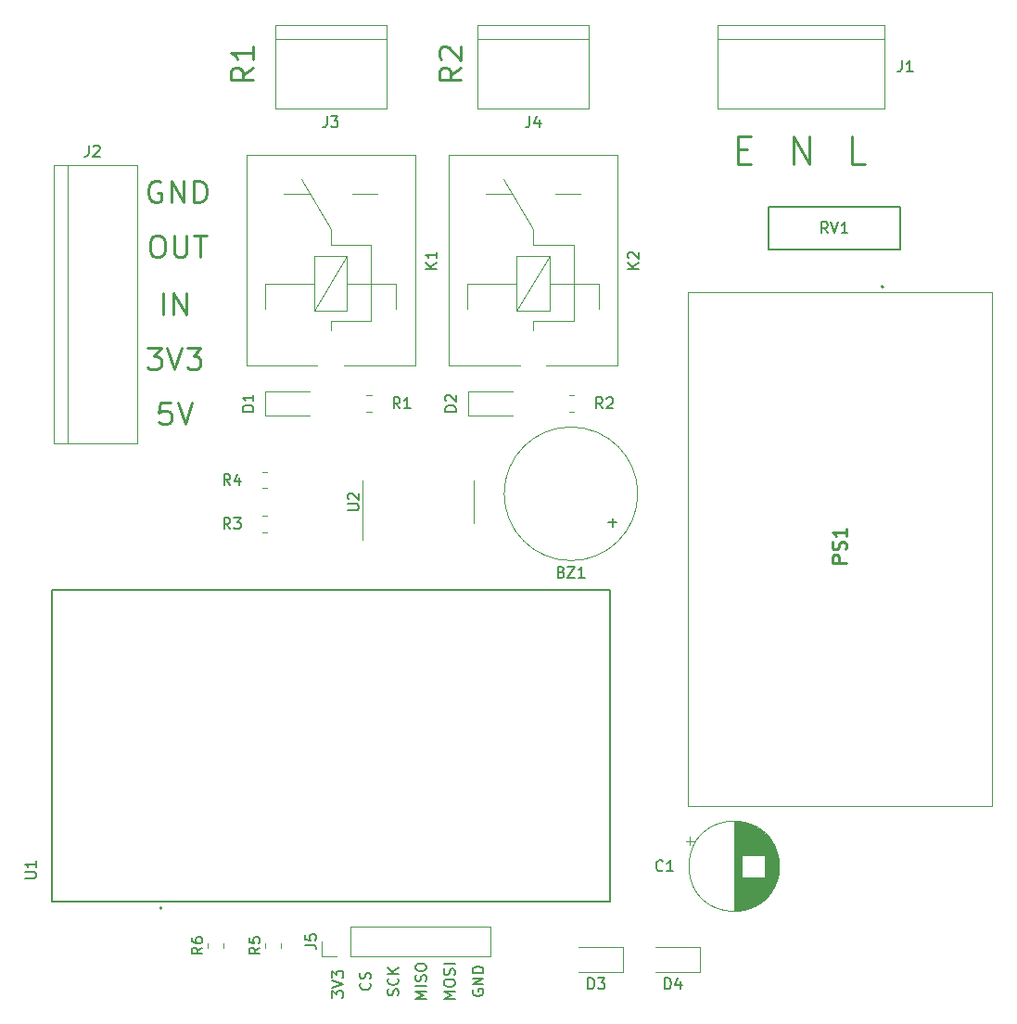
<source format=gbr>
%TF.GenerationSoftware,KiCad,Pcbnew,(6.0.7)*%
%TF.CreationDate,2022-11-19T09:32:58+05:30*%
%TF.ProjectId,ESP32_Drive,45535033-325f-4447-9269-76652e6b6963,rev?*%
%TF.SameCoordinates,Original*%
%TF.FileFunction,Legend,Top*%
%TF.FilePolarity,Positive*%
%FSLAX46Y46*%
G04 Gerber Fmt 4.6, Leading zero omitted, Abs format (unit mm)*
G04 Created by KiCad (PCBNEW (6.0.7)) date 2022-11-19 09:32:58*
%MOMM*%
%LPD*%
G01*
G04 APERTURE LIST*
%ADD10C,0.250000*%
%ADD11C,0.200000*%
%ADD12C,0.150000*%
%ADD13C,0.254000*%
%ADD14C,0.120000*%
%ADD15C,0.127000*%
%ADD16C,0.100000*%
G04 APERTURE END LIST*
D10*
X113214285Y-71821428D02*
X114047619Y-71821428D01*
X114404761Y-73130952D02*
X113214285Y-73130952D01*
X113214285Y-70630952D01*
X114404761Y-70630952D01*
D11*
X87352380Y-149321428D02*
X86352380Y-149321428D01*
X87066666Y-148988095D01*
X86352380Y-148654761D01*
X87352380Y-148654761D01*
X86352380Y-147988095D02*
X86352380Y-147797619D01*
X86400000Y-147702380D01*
X86495238Y-147607142D01*
X86685714Y-147559523D01*
X87019047Y-147559523D01*
X87209523Y-147607142D01*
X87304761Y-147702380D01*
X87352380Y-147797619D01*
X87352380Y-147988095D01*
X87304761Y-148083333D01*
X87209523Y-148178571D01*
X87019047Y-148226190D01*
X86685714Y-148226190D01*
X86495238Y-148178571D01*
X86400000Y-148083333D01*
X86352380Y-147988095D01*
X87304761Y-147178571D02*
X87352380Y-147035714D01*
X87352380Y-146797619D01*
X87304761Y-146702380D01*
X87257142Y-146654761D01*
X87161904Y-146607142D01*
X87066666Y-146607142D01*
X86971428Y-146654761D01*
X86923809Y-146702380D01*
X86876190Y-146797619D01*
X86828571Y-146988095D01*
X86780952Y-147083333D01*
X86733333Y-147130952D01*
X86638095Y-147178571D01*
X86542857Y-147178571D01*
X86447619Y-147130952D01*
X86400000Y-147083333D01*
X86352380Y-146988095D01*
X86352380Y-146750000D01*
X86400000Y-146607142D01*
X87352380Y-146178571D02*
X86352380Y-146178571D01*
D10*
X60000000Y-79654761D02*
X60380952Y-79654761D01*
X60571428Y-79750000D01*
X60761904Y-79940476D01*
X60857142Y-80321428D01*
X60857142Y-80988095D01*
X60761904Y-81369047D01*
X60571428Y-81559523D01*
X60380952Y-81654761D01*
X60000000Y-81654761D01*
X59809523Y-81559523D01*
X59619047Y-81369047D01*
X59523809Y-80988095D01*
X59523809Y-80321428D01*
X59619047Y-79940476D01*
X59809523Y-79750000D01*
X60000000Y-79654761D01*
X61714285Y-79654761D02*
X61714285Y-81273809D01*
X61809523Y-81464285D01*
X61904761Y-81559523D01*
X62095238Y-81654761D01*
X62476190Y-81654761D01*
X62666666Y-81559523D01*
X62761904Y-81464285D01*
X62857142Y-81273809D01*
X62857142Y-79654761D01*
X63523809Y-79654761D02*
X64666666Y-79654761D01*
X64095238Y-81654761D02*
X64095238Y-79654761D01*
X60702380Y-86904761D02*
X60702380Y-84904761D01*
X61654761Y-86904761D02*
X61654761Y-84904761D01*
X62797619Y-86904761D01*
X62797619Y-84904761D01*
D11*
X89000000Y-148511904D02*
X88952380Y-148607142D01*
X88952380Y-148750000D01*
X89000000Y-148892857D01*
X89095238Y-148988095D01*
X89190476Y-149035714D01*
X89380952Y-149083333D01*
X89523809Y-149083333D01*
X89714285Y-149035714D01*
X89809523Y-148988095D01*
X89904761Y-148892857D01*
X89952380Y-148750000D01*
X89952380Y-148654761D01*
X89904761Y-148511904D01*
X89857142Y-148464285D01*
X89523809Y-148464285D01*
X89523809Y-148654761D01*
X89952380Y-148035714D02*
X88952380Y-148035714D01*
X89952380Y-147464285D01*
X88952380Y-147464285D01*
X89952380Y-146988095D02*
X88952380Y-146988095D01*
X88952380Y-146750000D01*
X89000000Y-146607142D01*
X89095238Y-146511904D01*
X89190476Y-146464285D01*
X89380952Y-146416666D01*
X89523809Y-146416666D01*
X89714285Y-146464285D01*
X89809523Y-146511904D01*
X89904761Y-146607142D01*
X89952380Y-146750000D01*
X89952380Y-146988095D01*
D10*
X118285714Y-73130952D02*
X118285714Y-70630952D01*
X119714285Y-73130952D01*
X119714285Y-70630952D01*
D11*
X76152380Y-149238095D02*
X76152380Y-148619047D01*
X76533333Y-148952380D01*
X76533333Y-148809523D01*
X76580952Y-148714285D01*
X76628571Y-148666666D01*
X76723809Y-148619047D01*
X76961904Y-148619047D01*
X77057142Y-148666666D01*
X77104761Y-148714285D01*
X77152380Y-148809523D01*
X77152380Y-149095238D01*
X77104761Y-149190476D01*
X77057142Y-149238095D01*
X76152380Y-148333333D02*
X77152380Y-148000000D01*
X76152380Y-147666666D01*
X76152380Y-147428571D02*
X76152380Y-146809523D01*
X76533333Y-147142857D01*
X76533333Y-147000000D01*
X76580952Y-146904761D01*
X76628571Y-146857142D01*
X76723809Y-146809523D01*
X76961904Y-146809523D01*
X77057142Y-146857142D01*
X77104761Y-146904761D01*
X77152380Y-147000000D01*
X77152380Y-147285714D01*
X77104761Y-147380952D01*
X77057142Y-147428571D01*
X84752380Y-149321428D02*
X83752380Y-149321428D01*
X84466666Y-148988095D01*
X83752380Y-148654761D01*
X84752380Y-148654761D01*
X84752380Y-148178571D02*
X83752380Y-148178571D01*
X84704761Y-147750000D02*
X84752380Y-147607142D01*
X84752380Y-147369047D01*
X84704761Y-147273809D01*
X84657142Y-147226190D01*
X84561904Y-147178571D01*
X84466666Y-147178571D01*
X84371428Y-147226190D01*
X84323809Y-147273809D01*
X84276190Y-147369047D01*
X84228571Y-147559523D01*
X84180952Y-147654761D01*
X84133333Y-147702380D01*
X84038095Y-147750000D01*
X83942857Y-147750000D01*
X83847619Y-147702380D01*
X83800000Y-147654761D01*
X83752380Y-147559523D01*
X83752380Y-147321428D01*
X83800000Y-147178571D01*
X83752380Y-146559523D02*
X83752380Y-146369047D01*
X83800000Y-146273809D01*
X83895238Y-146178571D01*
X84085714Y-146130952D01*
X84419047Y-146130952D01*
X84609523Y-146178571D01*
X84704761Y-146273809D01*
X84752380Y-146369047D01*
X84752380Y-146559523D01*
X84704761Y-146654761D01*
X84609523Y-146750000D01*
X84419047Y-146797619D01*
X84085714Y-146797619D01*
X83895238Y-146750000D01*
X83800000Y-146654761D01*
X83752380Y-146559523D01*
D10*
X124773809Y-73130952D02*
X123583333Y-73130952D01*
X123583333Y-70630952D01*
X59273809Y-89904761D02*
X60511904Y-89904761D01*
X59845238Y-90666666D01*
X60130952Y-90666666D01*
X60321428Y-90761904D01*
X60416666Y-90857142D01*
X60511904Y-91047619D01*
X60511904Y-91523809D01*
X60416666Y-91714285D01*
X60321428Y-91809523D01*
X60130952Y-91904761D01*
X59559523Y-91904761D01*
X59369047Y-91809523D01*
X59273809Y-91714285D01*
X61083333Y-89904761D02*
X61750000Y-91904761D01*
X62416666Y-89904761D01*
X62892857Y-89904761D02*
X64130952Y-89904761D01*
X63464285Y-90666666D01*
X63750000Y-90666666D01*
X63940476Y-90761904D01*
X64035714Y-90857142D01*
X64130952Y-91047619D01*
X64130952Y-91523809D01*
X64035714Y-91714285D01*
X63940476Y-91809523D01*
X63750000Y-91904761D01*
X63178571Y-91904761D01*
X62988095Y-91809523D01*
X62892857Y-91714285D01*
D11*
X82154761Y-149035714D02*
X82202380Y-148892857D01*
X82202380Y-148654761D01*
X82154761Y-148559523D01*
X82107142Y-148511904D01*
X82011904Y-148464285D01*
X81916666Y-148464285D01*
X81821428Y-148511904D01*
X81773809Y-148559523D01*
X81726190Y-148654761D01*
X81678571Y-148845238D01*
X81630952Y-148940476D01*
X81583333Y-148988095D01*
X81488095Y-149035714D01*
X81392857Y-149035714D01*
X81297619Y-148988095D01*
X81250000Y-148940476D01*
X81202380Y-148845238D01*
X81202380Y-148607142D01*
X81250000Y-148464285D01*
X82107142Y-147464285D02*
X82154761Y-147511904D01*
X82202380Y-147654761D01*
X82202380Y-147750000D01*
X82154761Y-147892857D01*
X82059523Y-147988095D01*
X81964285Y-148035714D01*
X81773809Y-148083333D01*
X81630952Y-148083333D01*
X81440476Y-148035714D01*
X81345238Y-147988095D01*
X81250000Y-147892857D01*
X81202380Y-147750000D01*
X81202380Y-147654761D01*
X81250000Y-147511904D01*
X81297619Y-147464285D01*
X82202380Y-147035714D02*
X81202380Y-147035714D01*
X82202380Y-146464285D02*
X81630952Y-146892857D01*
X81202380Y-146464285D02*
X81773809Y-147035714D01*
D10*
X87904761Y-64333333D02*
X86952380Y-65000000D01*
X87904761Y-65476190D02*
X85904761Y-65476190D01*
X85904761Y-64714285D01*
X86000000Y-64523809D01*
X86095238Y-64428571D01*
X86285714Y-64333333D01*
X86571428Y-64333333D01*
X86761904Y-64428571D01*
X86857142Y-64523809D01*
X86952380Y-64714285D01*
X86952380Y-65476190D01*
X86095238Y-63571428D02*
X86000000Y-63476190D01*
X85904761Y-63285714D01*
X85904761Y-62809523D01*
X86000000Y-62619047D01*
X86095238Y-62523809D01*
X86285714Y-62428571D01*
X86476190Y-62428571D01*
X86761904Y-62523809D01*
X87904761Y-63666666D01*
X87904761Y-62428571D01*
X60476190Y-74750000D02*
X60285714Y-74654761D01*
X60000000Y-74654761D01*
X59714285Y-74750000D01*
X59523809Y-74940476D01*
X59428571Y-75130952D01*
X59333333Y-75511904D01*
X59333333Y-75797619D01*
X59428571Y-76178571D01*
X59523809Y-76369047D01*
X59714285Y-76559523D01*
X60000000Y-76654761D01*
X60190476Y-76654761D01*
X60476190Y-76559523D01*
X60571428Y-76464285D01*
X60571428Y-75797619D01*
X60190476Y-75797619D01*
X61428571Y-76654761D02*
X61428571Y-74654761D01*
X62571428Y-76654761D01*
X62571428Y-74654761D01*
X63523809Y-76654761D02*
X63523809Y-74654761D01*
X64000000Y-74654761D01*
X64285714Y-74750000D01*
X64476190Y-74940476D01*
X64571428Y-75130952D01*
X64666666Y-75511904D01*
X64666666Y-75797619D01*
X64571428Y-76178571D01*
X64476190Y-76369047D01*
X64285714Y-76559523D01*
X64000000Y-76654761D01*
X63523809Y-76654761D01*
X61369047Y-94904761D02*
X60416666Y-94904761D01*
X60321428Y-95857142D01*
X60416666Y-95761904D01*
X60607142Y-95666666D01*
X61083333Y-95666666D01*
X61273809Y-95761904D01*
X61369047Y-95857142D01*
X61464285Y-96047619D01*
X61464285Y-96523809D01*
X61369047Y-96714285D01*
X61273809Y-96809523D01*
X61083333Y-96904761D01*
X60607142Y-96904761D01*
X60416666Y-96809523D01*
X60321428Y-96714285D01*
X62035714Y-94904761D02*
X62702380Y-96904761D01*
X63369047Y-94904761D01*
X68904761Y-64333333D02*
X67952380Y-65000000D01*
X68904761Y-65476190D02*
X66904761Y-65476190D01*
X66904761Y-64714285D01*
X67000000Y-64523809D01*
X67095238Y-64428571D01*
X67285714Y-64333333D01*
X67571428Y-64333333D01*
X67761904Y-64428571D01*
X67857142Y-64523809D01*
X67952380Y-64714285D01*
X67952380Y-65476190D01*
X68904761Y-62428571D02*
X68904761Y-63571428D01*
X68904761Y-63000000D02*
X66904761Y-63000000D01*
X67190476Y-63190476D01*
X67380952Y-63380952D01*
X67476190Y-63571428D01*
D11*
X79557142Y-147916666D02*
X79604761Y-147964285D01*
X79652380Y-148107142D01*
X79652380Y-148202380D01*
X79604761Y-148345238D01*
X79509523Y-148440476D01*
X79414285Y-148488095D01*
X79223809Y-148535714D01*
X79080952Y-148535714D01*
X78890476Y-148488095D01*
X78795238Y-148440476D01*
X78700000Y-148345238D01*
X78652380Y-148202380D01*
X78652380Y-148107142D01*
X78700000Y-147964285D01*
X78747619Y-147916666D01*
X79604761Y-147535714D02*
X79652380Y-147392857D01*
X79652380Y-147154761D01*
X79604761Y-147059523D01*
X79557142Y-147011904D01*
X79461904Y-146964285D01*
X79366666Y-146964285D01*
X79271428Y-147011904D01*
X79223809Y-147059523D01*
X79176190Y-147154761D01*
X79128571Y-147345238D01*
X79080952Y-147440476D01*
X79033333Y-147488095D01*
X78938095Y-147535714D01*
X78842857Y-147535714D01*
X78747619Y-147488095D01*
X78700000Y-147440476D01*
X78652380Y-147345238D01*
X78652380Y-147107142D01*
X78700000Y-146964285D01*
D12*
%TO.C,J2*%
X53916666Y-71452380D02*
X53916666Y-72166666D01*
X53869047Y-72309523D01*
X53773809Y-72404761D01*
X53630952Y-72452380D01*
X53535714Y-72452380D01*
X54345238Y-71547619D02*
X54392857Y-71500000D01*
X54488095Y-71452380D01*
X54726190Y-71452380D01*
X54821428Y-71500000D01*
X54869047Y-71547619D01*
X54916666Y-71642857D01*
X54916666Y-71738095D01*
X54869047Y-71880952D01*
X54297619Y-72452380D01*
X54916666Y-72452380D01*
%TO.C,U1*%
X48092380Y-138344404D02*
X48901904Y-138344404D01*
X48997142Y-138296785D01*
X49044761Y-138249166D01*
X49092380Y-138153928D01*
X49092380Y-137963452D01*
X49044761Y-137868214D01*
X48997142Y-137820595D01*
X48901904Y-137772976D01*
X48092380Y-137772976D01*
X49092380Y-136772976D02*
X49092380Y-137344404D01*
X49092380Y-137058690D02*
X48092380Y-137058690D01*
X48235238Y-137153928D01*
X48330476Y-137249166D01*
X48378095Y-137344404D01*
%TO.C,D4*%
X106524404Y-148452380D02*
X106524404Y-147452380D01*
X106762500Y-147452380D01*
X106905357Y-147500000D01*
X107000595Y-147595238D01*
X107048214Y-147690476D01*
X107095833Y-147880952D01*
X107095833Y-148023809D01*
X107048214Y-148214285D01*
X107000595Y-148309523D01*
X106905357Y-148404761D01*
X106762500Y-148452380D01*
X106524404Y-148452380D01*
X107952976Y-147785714D02*
X107952976Y-148452380D01*
X107714880Y-147404761D02*
X107476785Y-148119047D01*
X108095833Y-148119047D01*
%TO.C,D3*%
X99524404Y-148452380D02*
X99524404Y-147452380D01*
X99762500Y-147452380D01*
X99905357Y-147500000D01*
X100000595Y-147595238D01*
X100048214Y-147690476D01*
X100095833Y-147880952D01*
X100095833Y-148023809D01*
X100048214Y-148214285D01*
X100000595Y-148309523D01*
X99905357Y-148404761D01*
X99762500Y-148452380D01*
X99524404Y-148452380D01*
X100429166Y-147452380D02*
X101048214Y-147452380D01*
X100714880Y-147833333D01*
X100857738Y-147833333D01*
X100952976Y-147880952D01*
X101000595Y-147928571D01*
X101048214Y-148023809D01*
X101048214Y-148261904D01*
X101000595Y-148357142D01*
X100952976Y-148404761D01*
X100857738Y-148452380D01*
X100572023Y-148452380D01*
X100476785Y-148404761D01*
X100429166Y-148357142D01*
%TO.C,R6*%
X64302380Y-144666666D02*
X63826190Y-145000000D01*
X64302380Y-145238095D02*
X63302380Y-145238095D01*
X63302380Y-144857142D01*
X63350000Y-144761904D01*
X63397619Y-144714285D01*
X63492857Y-144666666D01*
X63635714Y-144666666D01*
X63730952Y-144714285D01*
X63778571Y-144761904D01*
X63826190Y-144857142D01*
X63826190Y-145238095D01*
X63302380Y-143809523D02*
X63302380Y-144000000D01*
X63350000Y-144095238D01*
X63397619Y-144142857D01*
X63540476Y-144238095D01*
X63730952Y-144285714D01*
X64111904Y-144285714D01*
X64207142Y-144238095D01*
X64254761Y-144190476D01*
X64302380Y-144095238D01*
X64302380Y-143904761D01*
X64254761Y-143809523D01*
X64207142Y-143761904D01*
X64111904Y-143714285D01*
X63873809Y-143714285D01*
X63778571Y-143761904D01*
X63730952Y-143809523D01*
X63683333Y-143904761D01*
X63683333Y-144095238D01*
X63730952Y-144190476D01*
X63778571Y-144238095D01*
X63873809Y-144285714D01*
%TO.C,R5*%
X69552380Y-144666666D02*
X69076190Y-145000000D01*
X69552380Y-145238095D02*
X68552380Y-145238095D01*
X68552380Y-144857142D01*
X68600000Y-144761904D01*
X68647619Y-144714285D01*
X68742857Y-144666666D01*
X68885714Y-144666666D01*
X68980952Y-144714285D01*
X69028571Y-144761904D01*
X69076190Y-144857142D01*
X69076190Y-145238095D01*
X68552380Y-143761904D02*
X68552380Y-144238095D01*
X69028571Y-144285714D01*
X68980952Y-144238095D01*
X68933333Y-144142857D01*
X68933333Y-143904761D01*
X68980952Y-143809523D01*
X69028571Y-143761904D01*
X69123809Y-143714285D01*
X69361904Y-143714285D01*
X69457142Y-143761904D01*
X69504761Y-143809523D01*
X69552380Y-143904761D01*
X69552380Y-144142857D01*
X69504761Y-144238095D01*
X69457142Y-144285714D01*
%TO.C,BZ1*%
X97069047Y-110378571D02*
X97211904Y-110426190D01*
X97259523Y-110473809D01*
X97307142Y-110569047D01*
X97307142Y-110711904D01*
X97259523Y-110807142D01*
X97211904Y-110854761D01*
X97116666Y-110902380D01*
X96735714Y-110902380D01*
X96735714Y-109902380D01*
X97069047Y-109902380D01*
X97164285Y-109950000D01*
X97211904Y-109997619D01*
X97259523Y-110092857D01*
X97259523Y-110188095D01*
X97211904Y-110283333D01*
X97164285Y-110330952D01*
X97069047Y-110378571D01*
X96735714Y-110378571D01*
X97640476Y-109902380D02*
X98307142Y-109902380D01*
X97640476Y-110902380D01*
X98307142Y-110902380D01*
X99211904Y-110902380D02*
X98640476Y-110902380D01*
X98926190Y-110902380D02*
X98926190Y-109902380D01*
X98830952Y-110045238D01*
X98735714Y-110140476D01*
X98640476Y-110188095D01*
X101379047Y-105861428D02*
X102140952Y-105861428D01*
X101760000Y-106242380D02*
X101760000Y-105480476D01*
%TO.C,R4*%
X66833333Y-102452380D02*
X66500000Y-101976190D01*
X66261904Y-102452380D02*
X66261904Y-101452380D01*
X66642857Y-101452380D01*
X66738095Y-101500000D01*
X66785714Y-101547619D01*
X66833333Y-101642857D01*
X66833333Y-101785714D01*
X66785714Y-101880952D01*
X66738095Y-101928571D01*
X66642857Y-101976190D01*
X66261904Y-101976190D01*
X67690476Y-101785714D02*
X67690476Y-102452380D01*
X67452380Y-101404761D02*
X67214285Y-102119047D01*
X67833333Y-102119047D01*
%TO.C,J1*%
X128166666Y-63702380D02*
X128166666Y-64416666D01*
X128119047Y-64559523D01*
X128023809Y-64654761D01*
X127880952Y-64702380D01*
X127785714Y-64702380D01*
X129166666Y-64702380D02*
X128595238Y-64702380D01*
X128880952Y-64702380D02*
X128880952Y-63702380D01*
X128785714Y-63845238D01*
X128690476Y-63940476D01*
X128595238Y-63988095D01*
%TO.C,D1*%
X68952380Y-95738095D02*
X67952380Y-95738095D01*
X67952380Y-95500000D01*
X68000000Y-95357142D01*
X68095238Y-95261904D01*
X68190476Y-95214285D01*
X68380952Y-95166666D01*
X68523809Y-95166666D01*
X68714285Y-95214285D01*
X68809523Y-95261904D01*
X68904761Y-95357142D01*
X68952380Y-95500000D01*
X68952380Y-95738095D01*
X68952380Y-94214285D02*
X68952380Y-94785714D01*
X68952380Y-94500000D02*
X67952380Y-94500000D01*
X68095238Y-94595238D01*
X68190476Y-94690476D01*
X68238095Y-94785714D01*
%TO.C,J5*%
X73672380Y-144433333D02*
X74386666Y-144433333D01*
X74529523Y-144480952D01*
X74624761Y-144576190D01*
X74672380Y-144719047D01*
X74672380Y-144814285D01*
X73672380Y-143480952D02*
X73672380Y-143957142D01*
X74148571Y-144004761D01*
X74100952Y-143957142D01*
X74053333Y-143861904D01*
X74053333Y-143623809D01*
X74100952Y-143528571D01*
X74148571Y-143480952D01*
X74243809Y-143433333D01*
X74481904Y-143433333D01*
X74577142Y-143480952D01*
X74624761Y-143528571D01*
X74672380Y-143623809D01*
X74672380Y-143861904D01*
X74624761Y-143957142D01*
X74577142Y-144004761D01*
%TO.C,R2*%
X100833333Y-95452380D02*
X100500000Y-94976190D01*
X100261904Y-95452380D02*
X100261904Y-94452380D01*
X100642857Y-94452380D01*
X100738095Y-94500000D01*
X100785714Y-94547619D01*
X100833333Y-94642857D01*
X100833333Y-94785714D01*
X100785714Y-94880952D01*
X100738095Y-94928571D01*
X100642857Y-94976190D01*
X100261904Y-94976190D01*
X101214285Y-94547619D02*
X101261904Y-94500000D01*
X101357142Y-94452380D01*
X101595238Y-94452380D01*
X101690476Y-94500000D01*
X101738095Y-94547619D01*
X101785714Y-94642857D01*
X101785714Y-94738095D01*
X101738095Y-94880952D01*
X101166666Y-95452380D01*
X101785714Y-95452380D01*
%TO.C,C1*%
X106333333Y-137607142D02*
X106285714Y-137654761D01*
X106142857Y-137702380D01*
X106047619Y-137702380D01*
X105904761Y-137654761D01*
X105809523Y-137559523D01*
X105761904Y-137464285D01*
X105714285Y-137273809D01*
X105714285Y-137130952D01*
X105761904Y-136940476D01*
X105809523Y-136845238D01*
X105904761Y-136750000D01*
X106047619Y-136702380D01*
X106142857Y-136702380D01*
X106285714Y-136750000D01*
X106333333Y-136797619D01*
X107285714Y-137702380D02*
X106714285Y-137702380D01*
X107000000Y-137702380D02*
X107000000Y-136702380D01*
X106904761Y-136845238D01*
X106809523Y-136940476D01*
X106714285Y-136988095D01*
%TO.C,RV1*%
X121404761Y-79452380D02*
X121071428Y-78976190D01*
X120833333Y-79452380D02*
X120833333Y-78452380D01*
X121214285Y-78452380D01*
X121309523Y-78500000D01*
X121357142Y-78547619D01*
X121404761Y-78642857D01*
X121404761Y-78785714D01*
X121357142Y-78880952D01*
X121309523Y-78928571D01*
X121214285Y-78976190D01*
X120833333Y-78976190D01*
X121690476Y-78452380D02*
X122023809Y-79452380D01*
X122357142Y-78452380D01*
X123214285Y-79452380D02*
X122642857Y-79452380D01*
X122928571Y-79452380D02*
X122928571Y-78452380D01*
X122833333Y-78595238D01*
X122738095Y-78690476D01*
X122642857Y-78738095D01*
%TO.C,K2*%
X104152380Y-82688095D02*
X103152380Y-82688095D01*
X104152380Y-82116666D02*
X103580952Y-82545238D01*
X103152380Y-82116666D02*
X103723809Y-82688095D01*
X103247619Y-81735714D02*
X103200000Y-81688095D01*
X103152380Y-81592857D01*
X103152380Y-81354761D01*
X103200000Y-81259523D01*
X103247619Y-81211904D01*
X103342857Y-81164285D01*
X103438095Y-81164285D01*
X103580952Y-81211904D01*
X104152380Y-81783333D01*
X104152380Y-81164285D01*
%TO.C,D2*%
X87452380Y-95738095D02*
X86452380Y-95738095D01*
X86452380Y-95500000D01*
X86500000Y-95357142D01*
X86595238Y-95261904D01*
X86690476Y-95214285D01*
X86880952Y-95166666D01*
X87023809Y-95166666D01*
X87214285Y-95214285D01*
X87309523Y-95261904D01*
X87404761Y-95357142D01*
X87452380Y-95500000D01*
X87452380Y-95738095D01*
X86547619Y-94785714D02*
X86500000Y-94738095D01*
X86452380Y-94642857D01*
X86452380Y-94404761D01*
X86500000Y-94309523D01*
X86547619Y-94261904D01*
X86642857Y-94214285D01*
X86738095Y-94214285D01*
X86880952Y-94261904D01*
X87452380Y-94833333D01*
X87452380Y-94214285D01*
%TO.C,R3*%
X66833333Y-106452380D02*
X66500000Y-105976190D01*
X66261904Y-106452380D02*
X66261904Y-105452380D01*
X66642857Y-105452380D01*
X66738095Y-105500000D01*
X66785714Y-105547619D01*
X66833333Y-105642857D01*
X66833333Y-105785714D01*
X66785714Y-105880952D01*
X66738095Y-105928571D01*
X66642857Y-105976190D01*
X66261904Y-105976190D01*
X67166666Y-105452380D02*
X67785714Y-105452380D01*
X67452380Y-105833333D01*
X67595238Y-105833333D01*
X67690476Y-105880952D01*
X67738095Y-105928571D01*
X67785714Y-106023809D01*
X67785714Y-106261904D01*
X67738095Y-106357142D01*
X67690476Y-106404761D01*
X67595238Y-106452380D01*
X67309523Y-106452380D01*
X67214285Y-106404761D01*
X67166666Y-106357142D01*
%TO.C,U2*%
X77552380Y-104761904D02*
X78361904Y-104761904D01*
X78457142Y-104714285D01*
X78504761Y-104666666D01*
X78552380Y-104571428D01*
X78552380Y-104380952D01*
X78504761Y-104285714D01*
X78457142Y-104238095D01*
X78361904Y-104190476D01*
X77552380Y-104190476D01*
X77647619Y-103761904D02*
X77600000Y-103714285D01*
X77552380Y-103619047D01*
X77552380Y-103380952D01*
X77600000Y-103285714D01*
X77647619Y-103238095D01*
X77742857Y-103190476D01*
X77838095Y-103190476D01*
X77980952Y-103238095D01*
X78552380Y-103809523D01*
X78552380Y-103190476D01*
%TO.C,R1*%
X82333333Y-95452380D02*
X82000000Y-94976190D01*
X81761904Y-95452380D02*
X81761904Y-94452380D01*
X82142857Y-94452380D01*
X82238095Y-94500000D01*
X82285714Y-94547619D01*
X82333333Y-94642857D01*
X82333333Y-94785714D01*
X82285714Y-94880952D01*
X82238095Y-94928571D01*
X82142857Y-94976190D01*
X81761904Y-94976190D01*
X83285714Y-95452380D02*
X82714285Y-95452380D01*
X83000000Y-95452380D02*
X83000000Y-94452380D01*
X82904761Y-94595238D01*
X82809523Y-94690476D01*
X82714285Y-94738095D01*
%TO.C,K1*%
X85652380Y-82688095D02*
X84652380Y-82688095D01*
X85652380Y-82116666D02*
X85080952Y-82545238D01*
X84652380Y-82116666D02*
X85223809Y-82688095D01*
X85652380Y-81164285D02*
X85652380Y-81735714D01*
X85652380Y-81450000D02*
X84652380Y-81450000D01*
X84795238Y-81545238D01*
X84890476Y-81640476D01*
X84938095Y-81735714D01*
%TO.C,J4*%
X94166666Y-68782380D02*
X94166666Y-69496666D01*
X94119047Y-69639523D01*
X94023809Y-69734761D01*
X93880952Y-69782380D01*
X93785714Y-69782380D01*
X95071428Y-69115714D02*
X95071428Y-69782380D01*
X94833333Y-68734761D02*
X94595238Y-69449047D01*
X95214285Y-69449047D01*
D13*
%TO.C,PS1*%
X123074523Y-109542142D02*
X121804523Y-109542142D01*
X121804523Y-109058333D01*
X121865000Y-108937380D01*
X121925476Y-108876904D01*
X122046428Y-108816428D01*
X122227857Y-108816428D01*
X122348809Y-108876904D01*
X122409285Y-108937380D01*
X122469761Y-109058333D01*
X122469761Y-109542142D01*
X123014047Y-108332619D02*
X123074523Y-108151190D01*
X123074523Y-107848809D01*
X123014047Y-107727857D01*
X122953571Y-107667380D01*
X122832619Y-107606904D01*
X122711666Y-107606904D01*
X122590714Y-107667380D01*
X122530238Y-107727857D01*
X122469761Y-107848809D01*
X122409285Y-108090714D01*
X122348809Y-108211666D01*
X122288333Y-108272142D01*
X122167380Y-108332619D01*
X122046428Y-108332619D01*
X121925476Y-108272142D01*
X121865000Y-108211666D01*
X121804523Y-108090714D01*
X121804523Y-107788333D01*
X121865000Y-107606904D01*
X123074523Y-106397380D02*
X123074523Y-107123095D01*
X123074523Y-106760238D02*
X121804523Y-106760238D01*
X121985952Y-106881190D01*
X122106904Y-107002142D01*
X122167380Y-107123095D01*
D12*
%TO.C,J3*%
X75666666Y-68782380D02*
X75666666Y-69496666D01*
X75619047Y-69639523D01*
X75523809Y-69734761D01*
X75380952Y-69782380D01*
X75285714Y-69782380D01*
X76047619Y-68782380D02*
X76666666Y-68782380D01*
X76333333Y-69163333D01*
X76476190Y-69163333D01*
X76571428Y-69210952D01*
X76619047Y-69258571D01*
X76666666Y-69353809D01*
X76666666Y-69591904D01*
X76619047Y-69687142D01*
X76571428Y-69734761D01*
X76476190Y-69782380D01*
X76190476Y-69782380D01*
X76095238Y-69734761D01*
X76047619Y-69687142D01*
D14*
%TO.C,J2*%
X51960000Y-73210000D02*
X51960000Y-98610000D01*
X58310000Y-73210000D02*
X58310000Y-98610000D01*
X58310000Y-98610000D02*
X50690000Y-98610000D01*
X58310000Y-73210000D02*
X50690000Y-73210000D01*
X50690000Y-73210000D02*
X50690000Y-98610000D01*
D15*
%TO.C,U1*%
X50525000Y-129438500D02*
X50525000Y-122727500D01*
X101475000Y-140507500D02*
X101475000Y-135137500D01*
X101475000Y-140507500D02*
X50525000Y-140507500D01*
X50525000Y-111997500D02*
X101475000Y-111997500D01*
X101475000Y-140507500D02*
X50525000Y-140507500D01*
X50525000Y-111997500D02*
X101475000Y-111997500D01*
X101475000Y-117447500D02*
X101475000Y-111997500D01*
X50525000Y-122727500D02*
X50525000Y-111997500D01*
X101475000Y-111997500D02*
X101475000Y-140507500D01*
X101475000Y-135137500D02*
X101475000Y-117447500D01*
X50525000Y-140507500D02*
X50525000Y-129438500D01*
X50525000Y-140507500D02*
X50525000Y-111997500D01*
D11*
X60585000Y-141077500D02*
G75*
G03*
X60585000Y-141077500I-100000J0D01*
G01*
D14*
%TO.C,D4*%
X109722500Y-144615000D02*
X105662500Y-144615000D01*
X109722500Y-146885000D02*
X109722500Y-144615000D01*
X105662500Y-146885000D02*
X109722500Y-146885000D01*
%TO.C,D3*%
X102722500Y-144615000D02*
X98662500Y-144615000D01*
X102722500Y-146885000D02*
X102722500Y-144615000D01*
X98662500Y-146885000D02*
X102722500Y-146885000D01*
%TO.C,R6*%
X64765000Y-144727064D02*
X64765000Y-144272936D01*
X66235000Y-144727064D02*
X66235000Y-144272936D01*
%TO.C,R5*%
X70015000Y-144727064D02*
X70015000Y-144272936D01*
X71485000Y-144727064D02*
X71485000Y-144272936D01*
%TO.C,BZ1*%
X104050000Y-103250000D02*
G75*
G03*
X104050000Y-103250000I-6100000J0D01*
G01*
%TO.C,R4*%
X70227064Y-101265000D02*
X69772936Y-101265000D01*
X70227064Y-102735000D02*
X69772936Y-102735000D01*
%TO.C,J1*%
X126620000Y-61710000D02*
X111380000Y-61710000D01*
X126620000Y-60440000D02*
X126620000Y-68060000D01*
X126620000Y-60440000D02*
X111380000Y-60440000D01*
X111380000Y-60440000D02*
X111380000Y-68060000D01*
X126620000Y-68060000D02*
X111380000Y-68060000D01*
%TO.C,D1*%
X70040000Y-96135000D02*
X74100000Y-96135000D01*
X74100000Y-93865000D02*
X70040000Y-93865000D01*
X70040000Y-93865000D02*
X70040000Y-96135000D01*
%TO.C,J5*%
X76550000Y-145430000D02*
X75220000Y-145430000D01*
X90580000Y-145430000D02*
X90580000Y-142770000D01*
X77820000Y-142770000D02*
X90580000Y-142770000D01*
X77820000Y-145430000D02*
X77820000Y-142770000D01*
X77820000Y-145430000D02*
X90580000Y-145430000D01*
X75220000Y-145430000D02*
X75220000Y-144100000D01*
%TO.C,R2*%
X97772936Y-94265000D02*
X98227064Y-94265000D01*
X97772936Y-95735000D02*
X98227064Y-95735000D01*
%TO.C,C1*%
X115328349Y-134000000D02*
X115328349Y-136210000D01*
X113688349Y-138290000D02*
X113688349Y-141244000D01*
X114768349Y-133644000D02*
X114768349Y-136210000D01*
X114888349Y-138290000D02*
X114888349Y-140790000D01*
X115648349Y-134267000D02*
X115648349Y-140233000D01*
X115568349Y-134195000D02*
X115568349Y-136210000D01*
X113007349Y-133173000D02*
X113007349Y-141327000D01*
X113367349Y-133202000D02*
X113367349Y-141298000D01*
X113808349Y-133283000D02*
X113808349Y-136210000D01*
X114168349Y-138290000D02*
X114168349Y-141113000D01*
X113608349Y-133240000D02*
X113608349Y-136210000D01*
X115808349Y-134424000D02*
X115808349Y-140076000D01*
X113127349Y-133179000D02*
X113127349Y-141321000D01*
X113447349Y-133213000D02*
X113447349Y-141287000D01*
X114448349Y-133493000D02*
X114448349Y-136210000D01*
X115128349Y-138290000D02*
X115128349Y-140642000D01*
X115528349Y-134160000D02*
X115528349Y-136210000D01*
X112887349Y-133170000D02*
X112887349Y-141330000D01*
X113768349Y-138290000D02*
X113768349Y-141226000D01*
X112847349Y-133170000D02*
X112847349Y-141330000D01*
X114648349Y-138290000D02*
X114648349Y-140916000D01*
X114848349Y-133688000D02*
X114848349Y-136210000D01*
X115248349Y-133941000D02*
X115248349Y-136210000D01*
X113407349Y-133208000D02*
X113407349Y-141292000D01*
X114648349Y-133584000D02*
X114648349Y-136210000D01*
X115288349Y-133970000D02*
X115288349Y-136210000D01*
X113848349Y-138290000D02*
X113848349Y-141207000D01*
X114488349Y-133510000D02*
X114488349Y-136210000D01*
X113688349Y-133256000D02*
X113688349Y-136210000D01*
X114728349Y-138290000D02*
X114728349Y-140877000D01*
X113808349Y-138290000D02*
X113808349Y-141217000D01*
X114368349Y-138290000D02*
X114368349Y-141040000D01*
X114208349Y-133400000D02*
X114208349Y-136210000D01*
X115008349Y-138290000D02*
X115008349Y-140719000D01*
X113728349Y-133265000D02*
X113728349Y-136210000D01*
X116408349Y-135216000D02*
X116408349Y-139284000D01*
X114288349Y-138290000D02*
X114288349Y-141071000D01*
X115208349Y-138290000D02*
X115208349Y-140588000D01*
X113207349Y-133185000D02*
X113207349Y-141315000D01*
X114048349Y-133348000D02*
X114048349Y-136210000D01*
X115568349Y-138290000D02*
X115568349Y-140305000D01*
X113968349Y-138290000D02*
X113968349Y-141175000D01*
X115408349Y-134061000D02*
X115408349Y-136210000D01*
X115848349Y-134466000D02*
X115848349Y-140034000D01*
X108437651Y-134935000D02*
X109237651Y-134935000D01*
X115488349Y-134126000D02*
X115488349Y-136210000D01*
X112927349Y-133170000D02*
X112927349Y-141330000D01*
X115088349Y-138290000D02*
X115088349Y-140668000D01*
X113888349Y-138290000D02*
X113888349Y-141197000D01*
X113527349Y-133226000D02*
X113527349Y-141274000D01*
X114528349Y-138290000D02*
X114528349Y-140972000D01*
X115448349Y-134094000D02*
X115448349Y-136210000D01*
X114248349Y-133415000D02*
X114248349Y-136210000D01*
X113568349Y-133233000D02*
X113568349Y-136210000D01*
X113848349Y-133293000D02*
X113848349Y-136210000D01*
X116008349Y-134646000D02*
X116008349Y-139854000D01*
X116288349Y-135022000D02*
X116288349Y-139478000D01*
X114568349Y-133546000D02*
X114568349Y-136210000D01*
X113287349Y-133193000D02*
X113287349Y-141307000D01*
X113087349Y-133176000D02*
X113087349Y-141324000D01*
X114208349Y-138290000D02*
X114208349Y-141100000D01*
X115088349Y-133832000D02*
X115088349Y-136210000D01*
X115928349Y-134553000D02*
X115928349Y-139947000D01*
X114048349Y-138290000D02*
X114048349Y-141152000D01*
X113768349Y-133274000D02*
X113768349Y-136210000D01*
X116928349Y-136717000D02*
X116928349Y-137783000D01*
X114408349Y-138290000D02*
X114408349Y-141024000D01*
X116568349Y-135519000D02*
X116568349Y-138981000D01*
X116888349Y-136482000D02*
X116888349Y-138018000D01*
X115048349Y-133806000D02*
X115048349Y-136210000D01*
X113648349Y-133248000D02*
X113648349Y-136210000D01*
X115528349Y-138290000D02*
X115528349Y-140340000D01*
X113608349Y-138290000D02*
X113608349Y-141260000D01*
X114808349Y-133666000D02*
X114808349Y-136210000D01*
X116608349Y-135605000D02*
X116608349Y-138895000D01*
X116688349Y-135797000D02*
X116688349Y-138703000D01*
X113047349Y-133174000D02*
X113047349Y-141326000D01*
X114008349Y-138290000D02*
X114008349Y-141164000D01*
X115608349Y-134231000D02*
X115608349Y-136210000D01*
X116088349Y-134745000D02*
X116088349Y-139755000D01*
X115408349Y-138290000D02*
X115408349Y-140439000D01*
X114368349Y-133460000D02*
X114368349Y-136210000D01*
X116848349Y-136302000D02*
X116848349Y-138198000D01*
X116448349Y-135286000D02*
X116448349Y-139214000D01*
X116648349Y-135698000D02*
X116648349Y-138802000D01*
X113568349Y-138290000D02*
X113568349Y-141267000D01*
X115328349Y-138290000D02*
X115328349Y-140500000D01*
X114688349Y-138290000D02*
X114688349Y-140897000D01*
X112967349Y-133171000D02*
X112967349Y-141329000D01*
X114448349Y-138290000D02*
X114448349Y-141007000D01*
X113247349Y-133189000D02*
X113247349Y-141311000D01*
X115128349Y-133858000D02*
X115128349Y-136210000D01*
X116048349Y-134694000D02*
X116048349Y-139806000D01*
X115288349Y-138290000D02*
X115288349Y-140530000D01*
X116768349Y-136021000D02*
X116768349Y-138479000D01*
X115968349Y-134599000D02*
X115968349Y-139901000D01*
X114688349Y-133603000D02*
X114688349Y-136210000D01*
X113968349Y-133325000D02*
X113968349Y-136210000D01*
X115728349Y-134343000D02*
X115728349Y-140157000D01*
X116168349Y-134850000D02*
X116168349Y-139650000D01*
X114088349Y-138290000D02*
X114088349Y-141139000D01*
X114128349Y-138290000D02*
X114128349Y-141127000D01*
X116328349Y-135084000D02*
X116328349Y-139416000D01*
X116248349Y-134963000D02*
X116248349Y-139537000D01*
X113928349Y-138290000D02*
X113928349Y-141186000D01*
X114328349Y-138290000D02*
X114328349Y-141055000D01*
X114968349Y-133757000D02*
X114968349Y-136210000D01*
X116128349Y-134796000D02*
X116128349Y-139704000D01*
X114808349Y-138290000D02*
X114808349Y-140834000D01*
X115768349Y-134383000D02*
X115768349Y-140117000D01*
X116808349Y-136152000D02*
X116808349Y-138348000D01*
X116728349Y-135904000D02*
X116728349Y-138596000D01*
X116368349Y-135148000D02*
X116368349Y-139352000D01*
X113728349Y-138290000D02*
X113728349Y-141235000D01*
X113167349Y-133182000D02*
X113167349Y-141318000D01*
X114248349Y-138290000D02*
X114248349Y-141085000D01*
X114608349Y-133564000D02*
X114608349Y-136210000D01*
X115048349Y-138290000D02*
X115048349Y-140694000D01*
X115168349Y-138290000D02*
X115168349Y-140615000D01*
X114128349Y-133373000D02*
X114128349Y-136210000D01*
X113648349Y-138290000D02*
X113648349Y-141252000D01*
X115008349Y-133781000D02*
X115008349Y-136210000D01*
X113327349Y-133198000D02*
X113327349Y-141302000D01*
X114328349Y-133445000D02*
X114328349Y-136210000D01*
X114928349Y-138290000D02*
X114928349Y-140767000D01*
X113928349Y-133314000D02*
X113928349Y-136210000D01*
X108837651Y-134535000D02*
X108837651Y-135335000D01*
X115368349Y-138290000D02*
X115368349Y-140470000D01*
X115208349Y-133912000D02*
X115208349Y-136210000D01*
X114568349Y-138290000D02*
X114568349Y-140954000D01*
X113487349Y-133220000D02*
X113487349Y-141280000D01*
X113888349Y-133303000D02*
X113888349Y-136210000D01*
X114408349Y-133476000D02*
X114408349Y-136210000D01*
X114888349Y-133710000D02*
X114888349Y-136210000D01*
X115888349Y-134509000D02*
X115888349Y-139991000D01*
X114088349Y-133361000D02*
X114088349Y-136210000D01*
X115248349Y-138290000D02*
X115248349Y-140559000D01*
X114608349Y-138290000D02*
X114608349Y-140936000D01*
X116528349Y-135437000D02*
X116528349Y-139063000D01*
X116208349Y-134905000D02*
X116208349Y-139595000D01*
X114728349Y-133623000D02*
X114728349Y-136210000D01*
X114968349Y-138290000D02*
X114968349Y-140743000D01*
X115688349Y-134305000D02*
X115688349Y-140195000D01*
X115448349Y-138290000D02*
X115448349Y-140406000D01*
X115608349Y-138290000D02*
X115608349Y-140269000D01*
X114168349Y-133387000D02*
X114168349Y-136210000D01*
X114848349Y-138290000D02*
X114848349Y-140812000D01*
X116488349Y-135360000D02*
X116488349Y-139140000D01*
X114928349Y-133733000D02*
X114928349Y-136210000D01*
X115168349Y-133885000D02*
X115168349Y-136210000D01*
X115488349Y-138290000D02*
X115488349Y-140374000D01*
X114008349Y-133336000D02*
X114008349Y-136210000D01*
X114528349Y-133528000D02*
X114528349Y-136210000D01*
X114488349Y-138290000D02*
X114488349Y-140990000D01*
X115368349Y-134030000D02*
X115368349Y-136210000D01*
X114768349Y-138290000D02*
X114768349Y-140856000D01*
X114288349Y-133429000D02*
X114288349Y-136210000D01*
X116967349Y-137250000D02*
G75*
G03*
X116967349Y-137250000I-4120000J0D01*
G01*
D12*
%TO.C,RV1*%
X128000000Y-80950000D02*
X116000000Y-80950000D01*
X128000000Y-80950000D02*
X128000000Y-77050000D01*
X116000000Y-80950000D02*
X116000000Y-77050000D01*
X128000000Y-77050000D02*
X116000000Y-77050000D01*
D14*
%TO.C,K2*%
X98200000Y-80550000D02*
X98200000Y-87450000D01*
X96000000Y-81550000D02*
X96000000Y-86550000D01*
X98800000Y-75850000D02*
X96500000Y-75850000D01*
X95700000Y-91550000D02*
X102200000Y-91550000D01*
X94500000Y-87450000D02*
X98200000Y-87450000D01*
X94500000Y-87450000D02*
X94500000Y-88350000D01*
X94500000Y-79050000D02*
X91800000Y-74550000D01*
X86800000Y-91550000D02*
X93300000Y-91550000D01*
X100500000Y-86350000D02*
X100500000Y-84050000D01*
X96000000Y-84050000D02*
X100500000Y-84050000D01*
X96000000Y-81550000D02*
X93000000Y-86550000D01*
X86800000Y-91550000D02*
X86800000Y-72350000D01*
X90200000Y-75850000D02*
X92500000Y-75850000D01*
X93000000Y-81550000D02*
X96000000Y-81550000D01*
X86800000Y-72350000D02*
X102200000Y-72350000D01*
X88500000Y-84050000D02*
X93000000Y-84050000D01*
X88500000Y-84050000D02*
X88500000Y-86350000D01*
X94500000Y-80550000D02*
X98200000Y-80550000D01*
X96000000Y-86550000D02*
X93000000Y-86550000D01*
X94500000Y-80550000D02*
X94500000Y-79050000D01*
X102200000Y-72350000D02*
X102200000Y-91550000D01*
X93000000Y-86550000D02*
X93000000Y-81550000D01*
%TO.C,D2*%
X88540000Y-93865000D02*
X88540000Y-96135000D01*
X88540000Y-96135000D02*
X92600000Y-96135000D01*
X92600000Y-93865000D02*
X88540000Y-93865000D01*
%TO.C,R3*%
X70227064Y-105265000D02*
X69772936Y-105265000D01*
X70227064Y-106735000D02*
X69772936Y-106735000D01*
%TO.C,U2*%
X78940000Y-104000000D02*
X78940000Y-102050000D01*
X89060000Y-104000000D02*
X89060000Y-105950000D01*
X78940000Y-104000000D02*
X78940000Y-107450000D01*
X89060000Y-104000000D02*
X89060000Y-102050000D01*
%TO.C,R1*%
X79272936Y-94265000D02*
X79727064Y-94265000D01*
X79272936Y-95735000D02*
X79727064Y-95735000D01*
%TO.C,K1*%
X70000000Y-84050000D02*
X74500000Y-84050000D01*
X77500000Y-81550000D02*
X77500000Y-86550000D01*
X77500000Y-84050000D02*
X82000000Y-84050000D01*
X76000000Y-79050000D02*
X73300000Y-74550000D01*
X76000000Y-80550000D02*
X79700000Y-80550000D01*
X77500000Y-86550000D02*
X74500000Y-86550000D01*
X76000000Y-80550000D02*
X76000000Y-79050000D01*
X74500000Y-81550000D02*
X77500000Y-81550000D01*
X76000000Y-87450000D02*
X79700000Y-87450000D01*
X77200000Y-91550000D02*
X83700000Y-91550000D01*
X82000000Y-86350000D02*
X82000000Y-84050000D01*
X83700000Y-72350000D02*
X83700000Y-91550000D01*
X74500000Y-86550000D02*
X74500000Y-81550000D01*
X68300000Y-91550000D02*
X68300000Y-72350000D01*
X79700000Y-80550000D02*
X79700000Y-87450000D01*
X68300000Y-91550000D02*
X74800000Y-91550000D01*
X76000000Y-87450000D02*
X76000000Y-88350000D01*
X77500000Y-81550000D02*
X74500000Y-86550000D01*
X70000000Y-84050000D02*
X70000000Y-86350000D01*
X68300000Y-72350000D02*
X83700000Y-72350000D01*
X71700000Y-75850000D02*
X74000000Y-75850000D01*
X80300000Y-75850000D02*
X78000000Y-75850000D01*
%TO.C,J4*%
X99580000Y-60440000D02*
X89420000Y-60440000D01*
X99580000Y-68060000D02*
X99580000Y-60440000D01*
X89420000Y-68060000D02*
X99580000Y-68060000D01*
X89420000Y-61710000D02*
X99580000Y-61710000D01*
X89420000Y-60440000D02*
X89420000Y-68060000D01*
D16*
%TO.C,PS1*%
X108600000Y-131750000D02*
X108600000Y-84850000D01*
X136400000Y-131750000D02*
X108600000Y-131750000D01*
X108600000Y-84850000D02*
X136400000Y-84850000D01*
D11*
X126500000Y-84350000D02*
X126500000Y-84350000D01*
D16*
X136400000Y-84850000D02*
X136400000Y-131750000D01*
D11*
X126300000Y-84350000D02*
X126300000Y-84350000D01*
X126500000Y-84350000D02*
G75*
G03*
X126300000Y-84350000I-100000J0D01*
G01*
X126300000Y-84350000D02*
G75*
G03*
X126500000Y-84350000I100000J0D01*
G01*
D14*
%TO.C,J3*%
X70920000Y-68060000D02*
X81080000Y-68060000D01*
X70920000Y-61710000D02*
X81080000Y-61710000D01*
X81080000Y-60440000D02*
X70920000Y-60440000D01*
X81080000Y-68060000D02*
X81080000Y-60440000D01*
X70920000Y-60440000D02*
X70920000Y-68060000D01*
%TD*%
M02*

</source>
